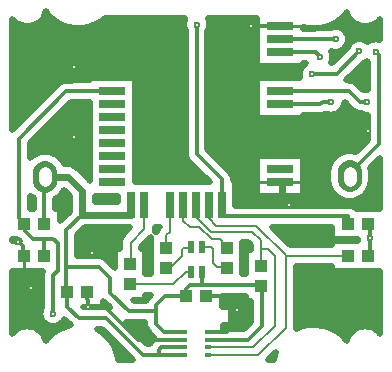
<source format=gbr>
G04 DipTrace 3.2.0.1*
G04 Âåðõíèé.gbr*
%MOIN*%
G04 #@! TF.FileFunction,Copper,L1,Top*
G04 #@! TF.Part,Single*
%AMOUTLINE3*
4,1,16,
-0.041319,-0.011881,
-0.037196,-0.02981,
-0.025701,-0.044175,
-0.009112,-0.052129,
0.009286,-0.052097,
0.025848,-0.044088,
0.037294,-0.029685,
0.041358,-0.011741,
0.041319,0.011881,
0.037196,0.02981,
0.025701,0.044175,
0.009112,0.052129,
-0.009286,0.052097,
-0.025848,0.044088,
-0.037294,0.029685,
-0.041358,0.011741,
-0.041319,-0.011881,
0*%
%ADD16C,0.011811*%
%ADD30C,0.043307*%
G04 #@! TA.AperFunction,CopperBalancing*
%ADD10C,0.009843*%
G04 #@! TA.AperFunction,ViaPad*
%ADD15C,0.023622*%
G04 #@! TA.AperFunction,Conductor*
%ADD17C,0.015748*%
%ADD18C,0.007874*%
G04 #@! TA.AperFunction,CopperBalancing*
%ADD19C,0.019685*%
%ADD20R,0.043307X0.03937*%
%ADD21R,0.03937X0.043307*%
%ADD23R,0.027559X0.090551*%
%ADD24R,0.090551X0.027559*%
%ADD26R,0.019685X0.01378*%
%ADD28R,0.023622X0.03937*%
G04 #@! TA.AperFunction,ComponentPad*
%ADD52OUTLINE3*%
%FSLAX26Y26*%
G04*
G70*
G90*
G75*
G01*
G04 Top*
%LPD*%
X40354Y-519083D2*
D16*
X101386D1*
X133542Y-486927D1*
Y-445369D1*
X134858D1*
X32358Y-400140D2*
X103597D1*
X132877Y-429420D1*
Y-445369D1*
X-40354Y-544673D2*
X-193312D1*
X-303748Y-434238D1*
X-361773D1*
X-362551Y-384189D1*
X572268Y150862D2*
D17*
X513654D1*
X415593Y52802D1*
Y-29026D1*
X348434Y-96185D1*
X308379D1*
D15*
X284178Y-71984D1*
Y-19685D1*
D17*
X279528D1*
X308764Y-95143D2*
D16*
X308379Y-96185D1*
X279528Y500000D2*
X184039D1*
X183711Y499672D1*
X-593178Y-218672D2*
X-591433D1*
X-577243Y-232862D1*
Y-261340D1*
X-572835Y-265748D1*
X279528Y456693D2*
X464217D1*
X464702Y457178D1*
X387335Y340329D2*
X467867D1*
X543993Y416455D1*
X279528Y240157D2*
X413441D1*
X421241Y247958D1*
X450117D1*
X17606Y-236646D2*
D18*
X50194D1*
X55276Y-241728D1*
Y-290177D1*
X68490Y-303391D1*
X99697D1*
X102825Y-306520D1*
X-43307Y-94488D2*
Y-147549D1*
X-22353Y-168503D1*
X9566D1*
X51409Y-210345D1*
X79537D1*
X96568Y-227377D1*
Y-233333D1*
X102825Y-239591D1*
X-216535Y-94488D2*
D15*
Y-127804D1*
X-380333D1*
Y-48385D1*
X-427867Y-850D1*
X-504505D1*
X-429480Y-384189D2*
D16*
X-432584D1*
Y-301727D1*
Y-180055D1*
X-380333Y-127804D1*
X-40354Y-570264D2*
X-116686D1*
X-124012Y-577589D1*
Y-595039D1*
X-177528D1*
X-299887Y-472680D1*
X-391217D1*
X-429480Y-434416D1*
Y-384189D1*
X-40354Y-595854D2*
X-124012Y-595039D1*
X-40354Y-519083D2*
X-107230D1*
X-134895Y-491417D1*
Y-450328D1*
Y-429647D1*
X-105388Y-400140D1*
X-34571D1*
X-505906Y-157480D2*
Y-2251D1*
X-504505Y-850D1*
X-134895Y-450328D2*
X-224055D1*
X-286503Y-387881D1*
Y-339493D1*
X-324269Y-301727D1*
X-432584D1*
X-34571Y-400140D2*
Y-374919D1*
X-21488Y-361836D1*
X17606D1*
X212529D1*
X215245Y-364552D1*
X40354Y-544673D2*
X173492D1*
X218253Y-499912D1*
Y-367560D1*
X215245Y-364552D1*
X17606Y-319323D2*
Y-361836D1*
X568100Y247785D2*
X545531D1*
X509852Y283465D1*
X279528D1*
X-279528D2*
X-433302D1*
X-590583Y126184D1*
Y-139732D1*
X-572835Y-157480D1*
X-505906Y-265748D2*
Y-208273D1*
X-544852D1*
X-570601Y-182524D1*
Y-159714D1*
X-572835Y-157480D1*
X-477537Y-457311D2*
Y-329789D1*
X-462238Y-314490D1*
Y-223294D1*
X-477259Y-208273D1*
X-505906D1*
X40354Y-570264D2*
D18*
X190818D1*
X262860Y-498222D1*
Y-266148D1*
X237996Y-241285D1*
X215245D1*
Y-213724D1*
X185962Y-184442D1*
X50738D1*
X3823Y-137526D1*
Y-98311D1*
X0Y-94488D1*
X215245Y-297623D2*
Y-241285D1*
X40354Y-595854D2*
X206823D1*
X297953Y-504724D1*
Y-269875D1*
Y-262697D1*
X199306Y-164050D1*
X67236D1*
X43307Y-140122D1*
Y-94488D1*
X505906Y-265748D2*
Y-263819D1*
X301018D1*
X297953Y-269875D1*
X-99507Y-306308D2*
X-88392D1*
X-48797Y-266713D1*
Y-245240D1*
X-42740Y-239184D1*
X-20365D1*
X-17827Y-236646D1*
X-86614Y-94488D2*
Y-183957D1*
X-99507Y-196849D1*
Y-239379D1*
X-173228Y-94488D2*
Y-175315D1*
X-218963Y-221050D1*
Y-291798D1*
X-220472Y-293307D1*
Y-360236D2*
X-76324D1*
X-35411Y-319323D1*
X-17827D1*
X279528Y413386D2*
D16*
X397638D1*
X412482Y398542D1*
X598517Y414692D2*
X600484D1*
X609394Y405782D1*
Y107887D1*
X499934Y-1572D1*
X511240D1*
Y852D1*
X580026Y-206403D2*
Y-168538D1*
X561777D1*
X572835Y-157480D1*
X580026Y-206403D2*
Y-258556D1*
X572835Y-265748D1*
X505906Y-157480D2*
Y-133589D1*
X86614D1*
Y-94488D1*
Y-9720D1*
X906Y75988D1*
Y506182D1*
D15*
D3*
X464702Y457178D3*
X543993Y416455D3*
X598517Y414692D3*
X412482Y398542D3*
X387335Y340329D3*
X450117Y247958D3*
X568100Y247785D3*
X572268Y150862D3*
X308764Y-95143D3*
X-593178Y-218672D3*
X-477537Y-457311D3*
X-361773Y-434238D3*
X134858Y-445369D3*
X-408186Y364665D3*
X-347710Y-254899D3*
X-549874Y-372395D3*
X-406459Y132150D3*
X183711Y499672D3*
X580026Y-206403D3*
X-504492Y534896D2*
D19*
X-490559D1*
X492836D2*
X504528D1*
X-519635Y515343D2*
X-466482D1*
X-319331D2*
X-42186D1*
X43997D2*
X201970D1*
X467969D2*
X519617D1*
X-611176Y495789D2*
X-412655D1*
X-375740D2*
X-41899D1*
X43710D2*
X201970D1*
X418377D2*
X445874D1*
X483507D2*
X610798D1*
X-611140Y476235D2*
X-37270D1*
X39081D2*
X201970D1*
X504248D2*
X610798D1*
X-611140Y456681D2*
X-37270D1*
X39081D2*
X201970D1*
X508804D2*
X529521D1*
X558469D2*
X593143D1*
X603862D2*
X610773D1*
X-611140Y437127D2*
X-37270D1*
X39081D2*
X201970D1*
X-611105Y417573D2*
X-37270D1*
X39081D2*
X201970D1*
X481030D2*
X491913D1*
X-611105Y398020D2*
X-37270D1*
X39081D2*
X201970D1*
X456558D2*
X472357D1*
X-611105Y378466D2*
X-37270D1*
X39081D2*
X201970D1*
X564175D2*
X571218D1*
X-611105Y358912D2*
X-37270D1*
X39081D2*
X347551D1*
X539630D2*
X571218D1*
X-611068Y339358D2*
X-37270D1*
X39081D2*
X343245D1*
X520072D2*
X571218D1*
X-611068Y319804D2*
X-357070D1*
X-201953D2*
X-37270D1*
X39081D2*
X201970D1*
X500551D2*
X571218D1*
X-611068Y300251D2*
X-469710D1*
X-201953D2*
X-37270D1*
X39081D2*
X201970D1*
X546268D2*
X571218D1*
X-611033Y280697D2*
X-489268D1*
X-201953D2*
X-37270D1*
X39081D2*
X201970D1*
X-611033Y261143D2*
X-508824D1*
X-201953D2*
X-37270D1*
X39081D2*
X201970D1*
X-611033Y241589D2*
X-528381D1*
X-421995D2*
X-357070D1*
X-201953D2*
X-37270D1*
X39081D2*
X201970D1*
X-610997Y222035D2*
X-547938D1*
X-441551D2*
X-357070D1*
X-201953D2*
X-37270D1*
X39081D2*
X201970D1*
X485301D2*
X518073D1*
X-610997Y202482D2*
X-567459D1*
X-461109D2*
X-357070D1*
X-201953D2*
X-37270D1*
X39081D2*
X201970D1*
X357087D2*
X571218D1*
X-610997Y182928D2*
X-587016D1*
X-480630D2*
X-357070D1*
X-201953D2*
X-37270D1*
X39081D2*
X571218D1*
X-500186Y163374D2*
X-357070D1*
X-201953D2*
X-37270D1*
X39081D2*
X571218D1*
X-519743Y143820D2*
X-357070D1*
X-201953D2*
X-37270D1*
X39081D2*
X571218D1*
X-539301Y124266D2*
X-357070D1*
X-201953D2*
X-37270D1*
X39081D2*
X571218D1*
X-552398Y104713D2*
X-357070D1*
X-201953D2*
X-37270D1*
X39081D2*
X553025D1*
X-552398Y85159D2*
X-357070D1*
X-201953D2*
X-37270D1*
X44930D2*
X533467D1*
X-456264Y65605D2*
X-357070D1*
X-201953D2*
X-35762D1*
X64487D2*
X201970D1*
X357087D2*
X461232D1*
X-440295Y46051D2*
X-357070D1*
X-201953D2*
X-22343D1*
X84043D2*
X201970D1*
X357087D2*
X445946D1*
X600740D2*
X610762D1*
X-393682Y26497D2*
X-357070D1*
X-201953D2*
X-2786D1*
X103601D2*
X201970D1*
X357087D2*
X439990D1*
X582475D2*
X610762D1*
X-374126Y6944D2*
X-357070D1*
X-201953D2*
X16772D1*
X120753D2*
X201970D1*
X357087D2*
X437621D1*
X584844D2*
X610762D1*
X-201953Y-12610D2*
X36328D1*
X124808D2*
X201970D1*
X357087D2*
X437693D1*
X584844D2*
X610762D1*
X132667Y-32164D2*
X201970D1*
X357087D2*
X441711D1*
X580824D2*
X610762D1*
X132667Y-51718D2*
X201970D1*
X357087D2*
X451472D1*
X571029D2*
X610762D1*
X-461682Y-71272D2*
X-424425D1*
X-336232D2*
X-262587D1*
X132667D2*
X471747D1*
X550718D2*
X610762D1*
X-552398Y-90825D2*
X-544080D1*
X-467711D2*
X-424425D1*
X132667D2*
X610762D1*
X-451958Y-110379D2*
X-424425D1*
X-451958Y-129933D2*
X-435656D1*
X-387941Y-188594D2*
X-239693D1*
X274266D2*
X451975D1*
X-610782Y-208148D2*
X-598197D1*
X-394400D2*
X-254764D1*
X293823D2*
X535979D1*
X-394400Y-227702D2*
X-257168D1*
X-172420D2*
X-151490D1*
X154807D2*
X178824D1*
X313379D2*
X451975D1*
X-394400Y-247256D2*
X-272455D1*
X-168509D2*
X-151490D1*
X154807D2*
X163303D1*
X-312656Y-266810D2*
X-272455D1*
X-168509D2*
X-151490D1*
X154807D2*
X163303D1*
X-286424Y-286364D2*
X-272455D1*
X-168509D2*
X-151490D1*
X154807D2*
X163303D1*
X-168509Y-305917D2*
X-151490D1*
X154807D2*
X163303D1*
X334156D2*
X451975D1*
X-610710Y-325471D2*
X-515463D1*
X-168509D2*
X-151490D1*
X154807D2*
X163303D1*
X334156D2*
X610727D1*
X-610675Y-345025D2*
X-515714D1*
X334156D2*
X610727D1*
X-610675Y-364579D2*
X-515714D1*
X334156D2*
X610727D1*
X-610675Y-384133D2*
X-515714D1*
X334156D2*
X610727D1*
X-610675Y-403686D2*
X-515714D1*
X-168509D2*
X-162148D1*
X86304D2*
X163286D1*
X334156D2*
X610727D1*
X-610638Y-423240D2*
X-515714D1*
X86304D2*
X180080D1*
X334156D2*
X610727D1*
X-610638Y-442794D2*
X-519051D1*
X118709D2*
X180080D1*
X334156D2*
X610727D1*
X-610638Y-462348D2*
X-521312D1*
X118744D2*
X180080D1*
X334156D2*
X610727D1*
X-610602Y-481902D2*
X-513705D1*
X-441373D2*
X-435180D1*
X118744D2*
X180080D1*
X334156D2*
X610727D1*
X-610602Y-501455D2*
X-579014D1*
X-546944D2*
X-440322D1*
X-217921D2*
X-171656D1*
X90898D2*
X163501D1*
X334156D2*
X350818D1*
X438257D2*
X546961D1*
X579030D2*
X610727D1*
X-513894Y-521009D2*
X-475883D1*
X-198365D2*
X-158487D1*
X474715D2*
X513875D1*
X-178807Y-540563D2*
X-139396D1*
X-276126Y-560117D2*
X-265638D1*
X-266580Y-579671D2*
X-246080D1*
X-260588Y-599224D2*
X-226524D1*
X253848D2*
X260013D1*
X-510957Y-315748D2*
X-612680D1*
X-612558Y-523919D1*
X-607627Y-518357D1*
X-600094Y-511924D1*
X-591650Y-506749D1*
X-582499Y-502958D1*
X-572866Y-500646D1*
X-562992Y-499869D1*
X-553118Y-500646D1*
X-543486Y-502958D1*
X-534335Y-506749D1*
X-525890Y-511924D1*
X-518357Y-518357D1*
X-511924Y-525890D1*
X-506749Y-534335D1*
X-502958Y-543486D1*
X-501671Y-548051D1*
X-494312Y-537702D1*
X-467026Y-515514D1*
X-436752Y-500850D1*
X-418097Y-497054D1*
X-439589Y-475531D1*
X-441618Y-479322D1*
X-445504Y-484669D1*
X-450178Y-489344D1*
X-455526Y-493230D1*
X-461416Y-496231D1*
X-467702Y-498273D1*
X-474231Y-499307D1*
X-480843D1*
X-487371Y-498273D1*
X-493657Y-496231D1*
X-499547Y-493230D1*
X-504895Y-489344D1*
X-509570Y-484669D1*
X-513455Y-479322D1*
X-516457Y-473432D1*
X-518499Y-467146D1*
X-519533Y-460617D1*
Y-454005D1*
X-518499Y-447476D1*
X-516457Y-441190D1*
X-513752Y-435831D1*
X-513646Y-326948D1*
X-512757Y-321333D1*
X-510996Y-315917D1*
X-612739Y-215748D2*
X-588596D1*
X-596220Y-208127D1*
X-603543Y-207480D1*
X-612765D1*
X-612732Y-215745D1*
X-170472Y-394497D2*
Y-412205D1*
X-210986D1*
X-205682Y-414108D1*
X-167609D1*
X-164198Y-408357D1*
X-160507Y-404035D1*
X-150941Y-394470D1*
X-170448Y-394488D1*
X-261286Y-241339D2*
X-255150D1*
X-255072Y-218207D1*
X-254182Y-212594D1*
X-252427Y-207189D1*
X-249846Y-202125D1*
X-246505Y-197526D1*
X-219226Y-170089D1*
X-262467Y-169930D1*
X-371232D1*
X-396360Y-195055D1*
X-396364Y-265495D1*
X-321428Y-265618D1*
X-315814Y-266507D1*
X-310408Y-268264D1*
X-305344Y-270844D1*
X-300745Y-274185D1*
X-270467Y-304306D1*
X-270472Y-241339D1*
X-261286D1*
X-182735D2*
X-170472D1*
Y-325990D1*
X-149529Y-325984D1*
X-149507Y-202822D1*
X-182760Y-236070D1*
X-182743Y-241324D1*
X-310583Y-415022D2*
Y-434189D1*
X-378483D1*
X-376236Y-436437D1*
X-297046Y-436571D1*
X-291432Y-437461D1*
X-288684Y-438236D1*
X-288642Y-436966D1*
X-310573Y-415034D1*
X84327Y-398060D2*
Y-433887D1*
X108465Y-434012D1*
X111394Y-434963D1*
X113885Y-436774D1*
X115696Y-439265D1*
X116647Y-442194D1*
X116768Y-471293D1*
X116647Y-488218D1*
X115696Y-491147D1*
X113885Y-493638D1*
X111394Y-495449D1*
X108465Y-496400D1*
X88875Y-496521D1*
X88983Y-508432D1*
X158521Y-508453D1*
X182008Y-484933D1*
X182033Y-416552D1*
X165245Y-416521D1*
Y-398041D1*
X84315Y-398056D1*
X-501299Y549832D2*
X-502958Y543486D1*
X-506749Y534335D1*
X-511924Y525890D1*
X-518357Y518357D1*
X-525890Y511924D1*
X-534335Y506749D1*
X-543486Y502958D1*
X-553118Y500646D1*
X-562992Y499869D1*
X-572866Y500646D1*
X-582499Y502958D1*
X-591650Y506749D1*
X-600094Y511924D1*
X-607627Y518357D1*
X-613161Y524749D1*
X-612942Y155081D1*
X-456825Y311007D1*
X-452227Y314348D1*
X-447163Y316928D1*
X-441757Y318684D1*
X-436143Y319573D1*
X-387370Y319685D1*
X-355110D1*
X-355118Y327559D1*
X-203937D1*
Y109449D1*
Y-18900D1*
X44566Y-18898D1*
X-26636Y52465D1*
X-29978Y57063D1*
X-32558Y62127D1*
X-34315Y67533D1*
X-35203Y73147D1*
X-35315Y121920D1*
Y484673D1*
X-38014Y490062D1*
X-40056Y496348D1*
X-41091Y502877D1*
Y509488D1*
X-40056Y516017D1*
X-38014Y522303D1*
X-36004Y526424D1*
X-303665Y526293D1*
X-320990Y515529D1*
X-335257Y507298D1*
X-359399Y498760D1*
X-381768Y495218D1*
X-405345Y494766D1*
X-427843Y499172D1*
X-446192Y505610D1*
X-463354Y514495D1*
X-478825Y525820D1*
X-493274Y539440D1*
X-501273Y549791D1*
X612777Y524262D2*
X607627Y518357D1*
X600094Y511924D1*
X591650Y506749D1*
X582499Y502958D1*
X572866Y500646D1*
X562992Y499869D1*
X553118Y500646D1*
X543486Y502958D1*
X534335Y506749D1*
X525890Y511924D1*
X518357Y518357D1*
X511924Y525890D1*
X506749Y534335D1*
X502958Y543486D1*
X501601Y548314D1*
X488295Y531936D1*
X461882Y512378D1*
X433407Y498967D1*
X405888Y493972D1*
X373891Y493441D1*
X355597Y497816D1*
X355118Y496325D1*
Y492916D1*
X442692Y493097D1*
X448581Y496098D1*
X454867Y498140D1*
X461396Y499175D1*
X468008D1*
X474537Y498140D1*
X480823Y496098D1*
X486713Y493097D1*
X492060Y489211D1*
X496735Y484537D1*
X500621Y479189D1*
X503622Y473299D1*
X505664Y467013D1*
X506698Y460484D1*
Y453873D1*
X505664Y447344D1*
X503622Y441058D1*
X500621Y435168D1*
X496735Y429820D1*
X492060Y425146D1*
X486713Y421260D1*
X480823Y418259D1*
X474537Y416217D1*
X468008Y415182D1*
X461396D1*
X454867Y416217D1*
X450016Y417667D1*
X452546Y411559D1*
X454089Y405133D1*
X454608Y398542D1*
X454089Y391951D1*
X452546Y385525D1*
X450016Y379417D1*
X448407Y376542D1*
X452895Y376550D1*
X503178Y426864D1*
X505073Y432576D1*
X508075Y438466D1*
X511961Y443814D1*
X516635Y448488D1*
X521983Y452374D1*
X527873Y455375D1*
X534159Y457417D1*
X540688Y458451D1*
X547299D1*
X553828Y457417D1*
X560114Y455375D1*
X566004Y452374D1*
X571352Y448488D1*
X572273Y447638D1*
X576507Y450610D1*
X582396Y453612D1*
X588682Y455654D1*
X595211Y456688D1*
X601823D1*
X608352Y455654D1*
X612759Y454304D1*
X612766Y524198D1*
X501526Y-548693D2*
X502958Y-543486D1*
X506749Y-534335D1*
X511924Y-525890D1*
X518357Y-518357D1*
X525890Y-511924D1*
X534335Y-506749D1*
X543486Y-502958D1*
X553118Y-500646D1*
X562992Y-499869D1*
X572866Y-500646D1*
X582499Y-502958D1*
X591650Y-506749D1*
X600094Y-511924D1*
X607627Y-518357D1*
X612706Y-524171D1*
X612713Y-315778D1*
X453937Y-315748D1*
Y-298058D1*
X332190Y-298071D1*
X332100Y-507412D1*
X331781Y-510093D1*
X345529Y-503591D1*
X371147Y-496234D1*
X395262Y-494609D1*
X420987Y-497117D1*
X439059Y-502402D1*
X466310Y-515941D1*
X484287Y-530102D1*
X497287Y-542231D1*
X501512Y-548667D1*
X-554394Y-107480D2*
X-542121D1*
X-542126Y-72902D1*
X-547428Y-69974D1*
X-551118Y-66972D1*
X-552782Y-65257D1*
X-554362Y-66730D1*
Y-107458D1*
X-469706Y-107480D2*
X-453937D1*
Y-150219D1*
X-422459Y-118618D1*
Y-65832D1*
X-441559Y-46734D1*
X-454924Y-63799D1*
X-458167Y-67280D1*
X-461915Y-70210D1*
X-469685Y-75741D1*
Y-107499D1*
X531021Y-107480D2*
X612694D1*
X612736Y60000D1*
X580274Y27543D1*
X582545Y17188D1*
X582890Y3597D1*
X582824Y-13218D1*
X580135Y-26546D1*
X577484Y-37829D1*
X575720Y-42247D1*
X573281Y-46343D1*
X559268Y-63902D1*
X555762Y-67117D1*
X551789Y-69748D1*
X531542Y-79488D1*
X526988Y-80864D1*
X522266Y-81510D1*
X499802Y-81503D1*
X495102Y-80766D1*
X490567Y-79301D1*
X470328Y-69546D1*
X466413Y-66844D1*
X462963Y-63555D1*
X448962Y-45983D1*
X446608Y-41849D1*
X444927Y-37390D1*
X439936Y-15484D1*
X439591Y-1894D1*
X439656Y14921D1*
X442345Y28249D1*
X445546Y41140D1*
X447555Y45453D1*
X450213Y49398D1*
X463213Y65605D1*
X466718Y68820D1*
X470692Y71451D1*
X490938Y81192D1*
X495492Y82567D1*
X500214Y83214D1*
X522678Y83206D1*
X527378Y82470D1*
X529678Y81824D1*
X532785Y82501D1*
X573154Y122871D1*
X573173Y205958D1*
X568100Y205659D1*
X561509Y206177D1*
X555083Y207720D1*
X548975Y210251D1*
X546619Y211570D1*
X539865Y212010D1*
X534339Y213337D1*
X529088Y215512D1*
X524241Y218482D1*
X519920Y222173D1*
X494825Y247268D1*
X492113Y244652D1*
X491079Y238123D1*
X489037Y231837D1*
X486035Y225948D1*
X482150Y220600D1*
X477475Y215925D1*
X472127Y212039D1*
X466238Y209038D1*
X459951Y206996D1*
X453423Y205962D1*
X446811D1*
X440282Y206996D1*
X433996Y209038D1*
X432835Y209575D1*
X427302Y206694D1*
X421896Y204938D1*
X416282Y204049D1*
X367509Y203937D1*
X355129D1*
X355118Y196063D1*
X203937D1*
Y327559D1*
X347223D1*
X345727Y333739D1*
X345209Y340329D1*
X345727Y346920D1*
X347270Y353346D1*
X349801Y359454D1*
X353255Y365091D1*
X357547Y370117D1*
X362573Y374409D1*
X366958Y377163D1*
X355115Y377165D1*
X355118Y369291D1*
X203937D1*
Y526547D1*
X37857Y526466D1*
X40970Y519199D1*
X42513Y512773D1*
X43031Y506182D1*
X42513Y499592D1*
X40970Y493165D1*
X38440Y487058D1*
X37121Y484702D1*
X37126Y90966D1*
X114156Y13803D1*
X117497Y9205D1*
X120077Y4140D1*
X121835Y-1265D1*
X122723Y-6879D1*
X122835Y-9731D1*
X125197Y-18898D1*
X130709D1*
Y-97377D1*
X508747Y-97480D1*
X514361Y-98370D1*
X519766Y-100126D1*
X524831Y-102706D1*
X529437Y-106055D1*
X537887Y-207480D2*
X453937D1*
Y-169839D1*
X253531Y-169810D1*
X313274Y-229579D1*
X453920Y-229567D1*
X453937Y-215748D1*
X538948D1*
X538030Y-209709D1*
X537942Y-207475D1*
X174432Y-245655D2*
X180999D1*
X180993Y-227900D1*
X171766Y-218686D1*
X152841Y-218694D1*
X152825Y-325638D1*
X165269Y-325615D1*
X165245Y-245655D1*
X174432D1*
X570185Y383503D2*
X566004Y380537D1*
X560114Y377535D1*
X554412Y375659D1*
X498432Y319669D1*
X512693Y319573D1*
X518307Y318684D1*
X523713Y316928D1*
X528777Y314348D1*
X533375Y311007D1*
X556295Y288244D1*
X561509Y289392D1*
X568100Y289911D1*
X573163Y289573D1*
X573173Y381073D1*
X570238Y383509D1*
X355118Y-20467D2*
Y-63780D1*
X203937D1*
Y67717D1*
X355118D1*
X355083Y-20472D1*
X-260598Y-63780D2*
X-338180D1*
X-338207Y-85668D1*
X-260660Y-85678D1*
X-260630Y-63755D1*
X-355118Y-14008D2*
Y154331D1*
Y247269D1*
X-418291Y247244D1*
X-554377Y111165D1*
X-554362Y61772D1*
X-550844Y65579D1*
X-547096Y68509D1*
X-535281Y74528D1*
X-524807Y79490D1*
X-520253Y80865D1*
X-515531Y81512D1*
X-493067Y81504D1*
X-488367Y80768D1*
X-483832Y79302D1*
X-464185Y69881D1*
X-460210Y67266D1*
X-456694Y64063D1*
X-442227Y45984D1*
X-439869Y41843D1*
X-424562Y41146D1*
X-418033Y40112D1*
X-411747Y38070D1*
X-405857Y35068D1*
X-400509Y31182D1*
X-372097Y2954D1*
X-355122Y-14021D1*
X-121142Y-170079D2*
X-136992D1*
X-137119Y-178156D1*
X-138009Y-183770D1*
X-138785Y-186518D1*
X-132083Y-186265D1*
X-130026Y-181299D1*
X-127218Y-176717D1*
X-123719Y-172622D1*
X-149606Y-551961D2*
X-140210Y-542722D1*
X-137967Y-540954D1*
X-139337Y-538198D1*
X-162437Y-514941D1*
X-165778Y-510343D1*
X-168358Y-505278D1*
X-170114Y-499873D1*
X-171004Y-494259D1*
X-171115Y-486573D1*
X-226896Y-486437D1*
X-232510Y-485547D1*
X-235259Y-484772D1*
X-235301Y-486042D1*
X-162503Y-558840D1*
X-154895Y-558664D1*
X-151554Y-554066D1*
X-149615Y-551970D1*
X-211386Y-612404D2*
X-314912Y-508879D1*
X-330999Y-508900D1*
X-307030Y-524740D1*
X-286328Y-546539D1*
X-275434Y-564647D1*
X-266512Y-584437D1*
X-261159Y-605353D1*
X-259854Y-612360D1*
X-211438Y-612386D1*
X266630Y-584488D2*
X238465Y-612652D1*
X259865Y-612659D1*
X262045Y-599031D1*
X266636Y-584488D1*
X-572835Y-265748D2*
D10*
Y-315713D1*
X-362551Y-384189D2*
Y-434154D1*
X32358Y-400140D2*
X84291D1*
X279528Y-19685D2*
Y-63744D1*
X203972Y-19685D2*
X355083D1*
X203972Y500000D2*
X355083D1*
D20*
X-505906Y-265748D3*
X-572835D3*
D21*
X-220472Y-360236D3*
Y-293307D3*
D20*
X-429480Y-384189D3*
X-362551D3*
X32358Y-400140D3*
X-34571D3*
X-505906Y-157480D3*
X-572835D3*
X572835D3*
X505906D3*
D21*
X215245Y-297623D3*
Y-364552D3*
D20*
X505906Y-265748D3*
X572835D3*
D21*
X-99507Y-306308D3*
Y-239379D3*
D23*
X43307Y-94488D3*
X0D3*
X86614D3*
D24*
X279528Y-19685D3*
Y23622D3*
Y240157D3*
Y283465D3*
Y413386D3*
Y456693D3*
Y500000D3*
X-279528Y-19685D3*
Y23622D3*
Y66929D3*
Y110236D3*
Y153543D3*
Y196850D3*
Y240157D3*
Y283465D3*
D23*
X-43307Y-94488D3*
X-86614D3*
X-173228D3*
X-216535D3*
D26*
X-40354Y-544673D3*
Y-570264D3*
X40354D3*
Y-544673D3*
X-40354Y-519083D3*
Y-595854D3*
X40354D3*
Y-519083D3*
D52*
X511240Y852D3*
X-504505Y-850D3*
D28*
X-17827Y-319323D3*
Y-236646D3*
X17606Y-319323D3*
Y-236646D3*
D21*
X102825Y-306520D3*
Y-239591D3*
G04 Top Clear*
%LPC*%
D16*
X906Y506182D3*
X464702Y457178D3*
X543993Y416455D3*
X598517Y414692D3*
X412482Y398542D3*
X387335Y340329D3*
X450117Y247958D3*
X568100Y247785D3*
X572268Y150862D3*
X308764Y-95143D3*
X-593178Y-218672D3*
X-477537Y-457311D3*
X-361773Y-434238D3*
X134858Y-445369D3*
X-408186Y364665D3*
X-347710Y-254899D3*
X-549874Y-372395D3*
X-406459Y132150D3*
X183711Y499672D3*
X580026Y-206403D3*
X511220Y12663D2*
D30*
X511260Y-10959D1*
X-504525Y10961D2*
X-504485Y-12661D1*
M02*

</source>
